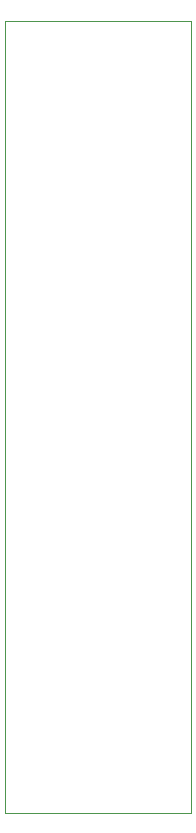
<source format=gm1>
G04 #@! TF.FileFunction,Profile,NP*
%FSLAX46Y46*%
G04 Gerber Fmt 4.6, Leading zero omitted, Abs format (unit mm)*
G04 Created by KiCad (PCBNEW 4.0.7-e1-6374~58~ubuntu16.04.1) date Tue Aug 22 02:53:50 2017*
%MOMM*%
%LPD*%
G01*
G04 APERTURE LIST*
%ADD10C,0.100000*%
G04 APERTURE END LIST*
D10*
X84074000Y-55372000D02*
X68326000Y-55372000D01*
X84074000Y-122428000D02*
X84074000Y-55372000D01*
X68326000Y-122428000D02*
X84074000Y-122428000D01*
X68326000Y-55372000D02*
X68326000Y-122428000D01*
M02*

</source>
